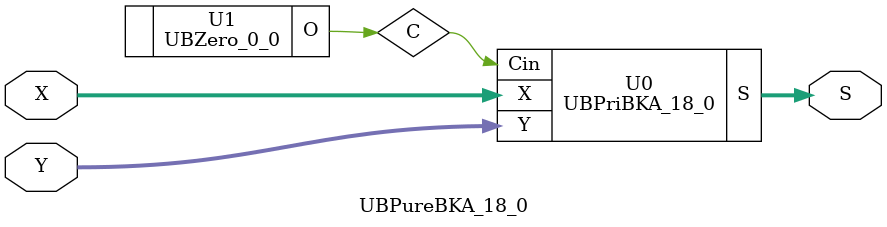
<source format=v>
/*----------------------------------------------------------------------------
  Copyright (c) 2021 Homma laboratory. All rights reserved.

  Top module: UBBKA_18_0_18_0

  Operand-1 length: 19
  Operand-2 length: 19
  Two-operand addition algorithm: Brent-Kung adder
----------------------------------------------------------------------------*/

module GPGenerator(Go, Po, A, B);
  output Go;
  output Po;
  input A;
  input B;
  assign Go = A & B;
  assign Po = A ^ B;
endmodule

module CarryOperator(Go, Po, Gi1, Pi1, Gi2, Pi2);
  output Go;
  output Po;
  input Gi1;
  input Gi2;
  input Pi1;
  input Pi2;
  assign Go = Gi1 | ( Gi2 & Pi1 );
  assign Po = Pi1 & Pi2;
endmodule

module UBPriBKA_18_0(S, X, Y, Cin);
  output [19:0] S;
  input Cin;
  input [18:0] X;
  input [18:0] Y;
  wire [18:0] G0;
  wire [18:0] G1;
  wire [18:0] G2;
  wire [18:0] G3;
  wire [18:0] G4;
  wire [18:0] G5;
  wire [18:0] G6;
  wire [18:0] G7;
  wire [18:0] G8;
  wire [18:0] P0;
  wire [18:0] P1;
  wire [18:0] P2;
  wire [18:0] P3;
  wire [18:0] P4;
  wire [18:0] P5;
  wire [18:0] P6;
  wire [18:0] P7;
  wire [18:0] P8;
  assign P1[0] = P0[0];
  assign G1[0] = G0[0];
  assign P1[2] = P0[2];
  assign G1[2] = G0[2];
  assign P1[4] = P0[4];
  assign G1[4] = G0[4];
  assign P1[6] = P0[6];
  assign G1[6] = G0[6];
  assign P1[8] = P0[8];
  assign G1[8] = G0[8];
  assign P1[10] = P0[10];
  assign G1[10] = G0[10];
  assign P1[12] = P0[12];
  assign G1[12] = G0[12];
  assign P1[14] = P0[14];
  assign G1[14] = G0[14];
  assign P1[16] = P0[16];
  assign G1[16] = G0[16];
  assign P1[18] = P0[18];
  assign G1[18] = G0[18];
  assign P2[0] = P1[0];
  assign G2[0] = G1[0];
  assign P2[1] = P1[1];
  assign G2[1] = G1[1];
  assign P2[2] = P1[2];
  assign G2[2] = G1[2];
  assign P2[4] = P1[4];
  assign G2[4] = G1[4];
  assign P2[5] = P1[5];
  assign G2[5] = G1[5];
  assign P2[6] = P1[6];
  assign G2[6] = G1[6];
  assign P2[8] = P1[8];
  assign G2[8] = G1[8];
  assign P2[9] = P1[9];
  assign G2[9] = G1[9];
  assign P2[10] = P1[10];
  assign G2[10] = G1[10];
  assign P2[12] = P1[12];
  assign G2[12] = G1[12];
  assign P2[13] = P1[13];
  assign G2[13] = G1[13];
  assign P2[14] = P1[14];
  assign G2[14] = G1[14];
  assign P2[16] = P1[16];
  assign G2[16] = G1[16];
  assign P2[17] = P1[17];
  assign G2[17] = G1[17];
  assign P2[18] = P1[18];
  assign G2[18] = G1[18];
  assign P3[0] = P2[0];
  assign G3[0] = G2[0];
  assign P3[1] = P2[1];
  assign G3[1] = G2[1];
  assign P3[2] = P2[2];
  assign G3[2] = G2[2];
  assign P3[3] = P2[3];
  assign G3[3] = G2[3];
  assign P3[4] = P2[4];
  assign G3[4] = G2[4];
  assign P3[5] = P2[5];
  assign G3[5] = G2[5];
  assign P3[6] = P2[6];
  assign G3[6] = G2[6];
  assign P3[8] = P2[8];
  assign G3[8] = G2[8];
  assign P3[9] = P2[9];
  assign G3[9] = G2[9];
  assign P3[10] = P2[10];
  assign G3[10] = G2[10];
  assign P3[11] = P2[11];
  assign G3[11] = G2[11];
  assign P3[12] = P2[12];
  assign G3[12] = G2[12];
  assign P3[13] = P2[13];
  assign G3[13] = G2[13];
  assign P3[14] = P2[14];
  assign G3[14] = G2[14];
  assign P3[16] = P2[16];
  assign G3[16] = G2[16];
  assign P3[17] = P2[17];
  assign G3[17] = G2[17];
  assign P3[18] = P2[18];
  assign G3[18] = G2[18];
  assign P4[0] = P3[0];
  assign G4[0] = G3[0];
  assign P4[1] = P3[1];
  assign G4[1] = G3[1];
  assign P4[2] = P3[2];
  assign G4[2] = G3[2];
  assign P4[3] = P3[3];
  assign G4[3] = G3[3];
  assign P4[4] = P3[4];
  assign G4[4] = G3[4];
  assign P4[5] = P3[5];
  assign G4[5] = G3[5];
  assign P4[6] = P3[6];
  assign G4[6] = G3[6];
  assign P4[7] = P3[7];
  assign G4[7] = G3[7];
  assign P4[8] = P3[8];
  assign G4[8] = G3[8];
  assign P4[9] = P3[9];
  assign G4[9] = G3[9];
  assign P4[10] = P3[10];
  assign G4[10] = G3[10];
  assign P4[11] = P3[11];
  assign G4[11] = G3[11];
  assign P4[12] = P3[12];
  assign G4[12] = G3[12];
  assign P4[13] = P3[13];
  assign G4[13] = G3[13];
  assign P4[14] = P3[14];
  assign G4[14] = G3[14];
  assign P4[16] = P3[16];
  assign G4[16] = G3[16];
  assign P4[17] = P3[17];
  assign G4[17] = G3[17];
  assign P4[18] = P3[18];
  assign G4[18] = G3[18];
  assign P5[0] = P4[0];
  assign G5[0] = G4[0];
  assign P5[1] = P4[1];
  assign G5[1] = G4[1];
  assign P5[2] = P4[2];
  assign G5[2] = G4[2];
  assign P5[3] = P4[3];
  assign G5[3] = G4[3];
  assign P5[4] = P4[4];
  assign G5[4] = G4[4];
  assign P5[5] = P4[5];
  assign G5[5] = G4[5];
  assign P5[6] = P4[6];
  assign G5[6] = G4[6];
  assign P5[7] = P4[7];
  assign G5[7] = G4[7];
  assign P5[8] = P4[8];
  assign G5[8] = G4[8];
  assign P5[9] = P4[9];
  assign G5[9] = G4[9];
  assign P5[10] = P4[10];
  assign G5[10] = G4[10];
  assign P5[11] = P4[11];
  assign G5[11] = G4[11];
  assign P5[12] = P4[12];
  assign G5[12] = G4[12];
  assign P5[13] = P4[13];
  assign G5[13] = G4[13];
  assign P5[14] = P4[14];
  assign G5[14] = G4[14];
  assign P5[15] = P4[15];
  assign G5[15] = G4[15];
  assign P5[16] = P4[16];
  assign G5[16] = G4[16];
  assign P5[17] = P4[17];
  assign G5[17] = G4[17];
  assign P5[18] = P4[18];
  assign G5[18] = G4[18];
  assign P6[0] = P5[0];
  assign G6[0] = G5[0];
  assign P6[1] = P5[1];
  assign G6[1] = G5[1];
  assign P6[2] = P5[2];
  assign G6[2] = G5[2];
  assign P6[3] = P5[3];
  assign G6[3] = G5[3];
  assign P6[4] = P5[4];
  assign G6[4] = G5[4];
  assign P6[5] = P5[5];
  assign G6[5] = G5[5];
  assign P6[6] = P5[6];
  assign G6[6] = G5[6];
  assign P6[7] = P5[7];
  assign G6[7] = G5[7];
  assign P6[8] = P5[8];
  assign G6[8] = G5[8];
  assign P6[9] = P5[9];
  assign G6[9] = G5[9];
  assign P6[10] = P5[10];
  assign G6[10] = G5[10];
  assign P6[12] = P5[12];
  assign G6[12] = G5[12];
  assign P6[13] = P5[13];
  assign G6[13] = G5[13];
  assign P6[14] = P5[14];
  assign G6[14] = G5[14];
  assign P6[15] = P5[15];
  assign G6[15] = G5[15];
  assign P6[16] = P5[16];
  assign G6[16] = G5[16];
  assign P6[17] = P5[17];
  assign G6[17] = G5[17];
  assign P6[18] = P5[18];
  assign G6[18] = G5[18];
  assign P7[0] = P6[0];
  assign G7[0] = G6[0];
  assign P7[1] = P6[1];
  assign G7[1] = G6[1];
  assign P7[2] = P6[2];
  assign G7[2] = G6[2];
  assign P7[3] = P6[3];
  assign G7[3] = G6[3];
  assign P7[4] = P6[4];
  assign G7[4] = G6[4];
  assign P7[6] = P6[6];
  assign G7[6] = G6[6];
  assign P7[7] = P6[7];
  assign G7[7] = G6[7];
  assign P7[8] = P6[8];
  assign G7[8] = G6[8];
  assign P7[10] = P6[10];
  assign G7[10] = G6[10];
  assign P7[11] = P6[11];
  assign G7[11] = G6[11];
  assign P7[12] = P6[12];
  assign G7[12] = G6[12];
  assign P7[14] = P6[14];
  assign G7[14] = G6[14];
  assign P7[15] = P6[15];
  assign G7[15] = G6[15];
  assign P7[16] = P6[16];
  assign G7[16] = G6[16];
  assign P7[18] = P6[18];
  assign G7[18] = G6[18];
  assign P8[0] = P7[0];
  assign G8[0] = G7[0];
  assign P8[1] = P7[1];
  assign G8[1] = G7[1];
  assign P8[3] = P7[3];
  assign G8[3] = G7[3];
  assign P8[5] = P7[5];
  assign G8[5] = G7[5];
  assign P8[7] = P7[7];
  assign G8[7] = G7[7];
  assign P8[9] = P7[9];
  assign G8[9] = G7[9];
  assign P8[11] = P7[11];
  assign G8[11] = G7[11];
  assign P8[13] = P7[13];
  assign G8[13] = G7[13];
  assign P8[15] = P7[15];
  assign G8[15] = G7[15];
  assign P8[17] = P7[17];
  assign G8[17] = G7[17];
  assign S[0] = Cin ^ P0[0];
  assign S[1] = ( G8[0] | ( P8[0] & Cin ) ) ^ P0[1];
  assign S[2] = ( G8[1] | ( P8[1] & Cin ) ) ^ P0[2];
  assign S[3] = ( G8[2] | ( P8[2] & Cin ) ) ^ P0[3];
  assign S[4] = ( G8[3] | ( P8[3] & Cin ) ) ^ P0[4];
  assign S[5] = ( G8[4] | ( P8[4] & Cin ) ) ^ P0[5];
  assign S[6] = ( G8[5] | ( P8[5] & Cin ) ) ^ P0[6];
  assign S[7] = ( G8[6] | ( P8[6] & Cin ) ) ^ P0[7];
  assign S[8] = ( G8[7] | ( P8[7] & Cin ) ) ^ P0[8];
  assign S[9] = ( G8[8] | ( P8[8] & Cin ) ) ^ P0[9];
  assign S[10] = ( G8[9] | ( P8[9] & Cin ) ) ^ P0[10];
  assign S[11] = ( G8[10] | ( P8[10] & Cin ) ) ^ P0[11];
  assign S[12] = ( G8[11] | ( P8[11] & Cin ) ) ^ P0[12];
  assign S[13] = ( G8[12] | ( P8[12] & Cin ) ) ^ P0[13];
  assign S[14] = ( G8[13] | ( P8[13] & Cin ) ) ^ P0[14];
  assign S[15] = ( G8[14] | ( P8[14] & Cin ) ) ^ P0[15];
  assign S[16] = ( G8[15] | ( P8[15] & Cin ) ) ^ P0[16];
  assign S[17] = ( G8[16] | ( P8[16] & Cin ) ) ^ P0[17];
  assign S[18] = ( G8[17] | ( P8[17] & Cin ) ) ^ P0[18];
  assign S[19] = G8[18] | ( P8[18] & Cin );
  GPGenerator U0 (G0[0], P0[0], X[0], Y[0]);
  GPGenerator U1 (G0[1], P0[1], X[1], Y[1]);
  GPGenerator U2 (G0[2], P0[2], X[2], Y[2]);
  GPGenerator U3 (G0[3], P0[3], X[3], Y[3]);
  GPGenerator U4 (G0[4], P0[4], X[4], Y[4]);
  GPGenerator U5 (G0[5], P0[5], X[5], Y[5]);
  GPGenerator U6 (G0[6], P0[6], X[6], Y[6]);
  GPGenerator U7 (G0[7], P0[7], X[7], Y[7]);
  GPGenerator U8 (G0[8], P0[8], X[8], Y[8]);
  GPGenerator U9 (G0[9], P0[9], X[9], Y[9]);
  GPGenerator U10 (G0[10], P0[10], X[10], Y[10]);
  GPGenerator U11 (G0[11], P0[11], X[11], Y[11]);
  GPGenerator U12 (G0[12], P0[12], X[12], Y[12]);
  GPGenerator U13 (G0[13], P0[13], X[13], Y[13]);
  GPGenerator U14 (G0[14], P0[14], X[14], Y[14]);
  GPGenerator U15 (G0[15], P0[15], X[15], Y[15]);
  GPGenerator U16 (G0[16], P0[16], X[16], Y[16]);
  GPGenerator U17 (G0[17], P0[17], X[17], Y[17]);
  GPGenerator U18 (G0[18], P0[18], X[18], Y[18]);
  CarryOperator U19 (G1[1], P1[1], G0[1], P0[1], G0[0], P0[0]);
  CarryOperator U20 (G1[3], P1[3], G0[3], P0[3], G0[2], P0[2]);
  CarryOperator U21 (G1[5], P1[5], G0[5], P0[5], G0[4], P0[4]);
  CarryOperator U22 (G1[7], P1[7], G0[7], P0[7], G0[6], P0[6]);
  CarryOperator U23 (G1[9], P1[9], G0[9], P0[9], G0[8], P0[8]);
  CarryOperator U24 (G1[11], P1[11], G0[11], P0[11], G0[10], P0[10]);
  CarryOperator U25 (G1[13], P1[13], G0[13], P0[13], G0[12], P0[12]);
  CarryOperator U26 (G1[15], P1[15], G0[15], P0[15], G0[14], P0[14]);
  CarryOperator U27 (G1[17], P1[17], G0[17], P0[17], G0[16], P0[16]);
  CarryOperator U28 (G2[3], P2[3], G1[3], P1[3], G1[1], P1[1]);
  CarryOperator U29 (G2[7], P2[7], G1[7], P1[7], G1[5], P1[5]);
  CarryOperator U30 (G2[11], P2[11], G1[11], P1[11], G1[9], P1[9]);
  CarryOperator U31 (G2[15], P2[15], G1[15], P1[15], G1[13], P1[13]);
  CarryOperator U32 (G3[7], P3[7], G2[7], P2[7], G2[3], P2[3]);
  CarryOperator U33 (G3[15], P3[15], G2[15], P2[15], G2[11], P2[11]);
  CarryOperator U34 (G4[15], P4[15], G3[15], P3[15], G3[7], P3[7]);
  CarryOperator U35 (G6[11], P6[11], G5[11], P5[11], G5[7], P5[7]);
  CarryOperator U36 (G7[5], P7[5], G6[5], P6[5], G6[3], P6[3]);
  CarryOperator U37 (G7[9], P7[9], G6[9], P6[9], G6[7], P6[7]);
  CarryOperator U38 (G7[13], P7[13], G6[13], P6[13], G6[11], P6[11]);
  CarryOperator U39 (G7[17], P7[17], G6[17], P6[17], G6[15], P6[15]);
  CarryOperator U40 (G8[2], P8[2], G7[2], P7[2], G7[1], P7[1]);
  CarryOperator U41 (G8[4], P8[4], G7[4], P7[4], G7[3], P7[3]);
  CarryOperator U42 (G8[6], P8[6], G7[6], P7[6], G7[5], P7[5]);
  CarryOperator U43 (G8[8], P8[8], G7[8], P7[8], G7[7], P7[7]);
  CarryOperator U44 (G8[10], P8[10], G7[10], P7[10], G7[9], P7[9]);
  CarryOperator U45 (G8[12], P8[12], G7[12], P7[12], G7[11], P7[11]);
  CarryOperator U46 (G8[14], P8[14], G7[14], P7[14], G7[13], P7[13]);
  CarryOperator U47 (G8[16], P8[16], G7[16], P7[16], G7[15], P7[15]);
  CarryOperator U48 (G8[18], P8[18], G7[18], P7[18], G7[17], P7[17]);
endmodule

module UBZero_0_0(O);
  output [0:0] O;
  assign O[0] = 0;
endmodule

module UBBKA_18_0_18_0 (S, X, Y);
  output [19:0] S;
  input [18:0] X;
  input [18:0] Y;
  UBPureBKA_18_0 U0 (S[19:0], X[18:0], Y[18:0]);
endmodule

module UBPureBKA_18_0 (S, X, Y);
  output [19:0] S;
  input [18:0] X;
  input [18:0] Y;
  wire C;
  UBPriBKA_18_0 U0 (S, X, Y, C);
  UBZero_0_0 U1 (C);
endmodule


</source>
